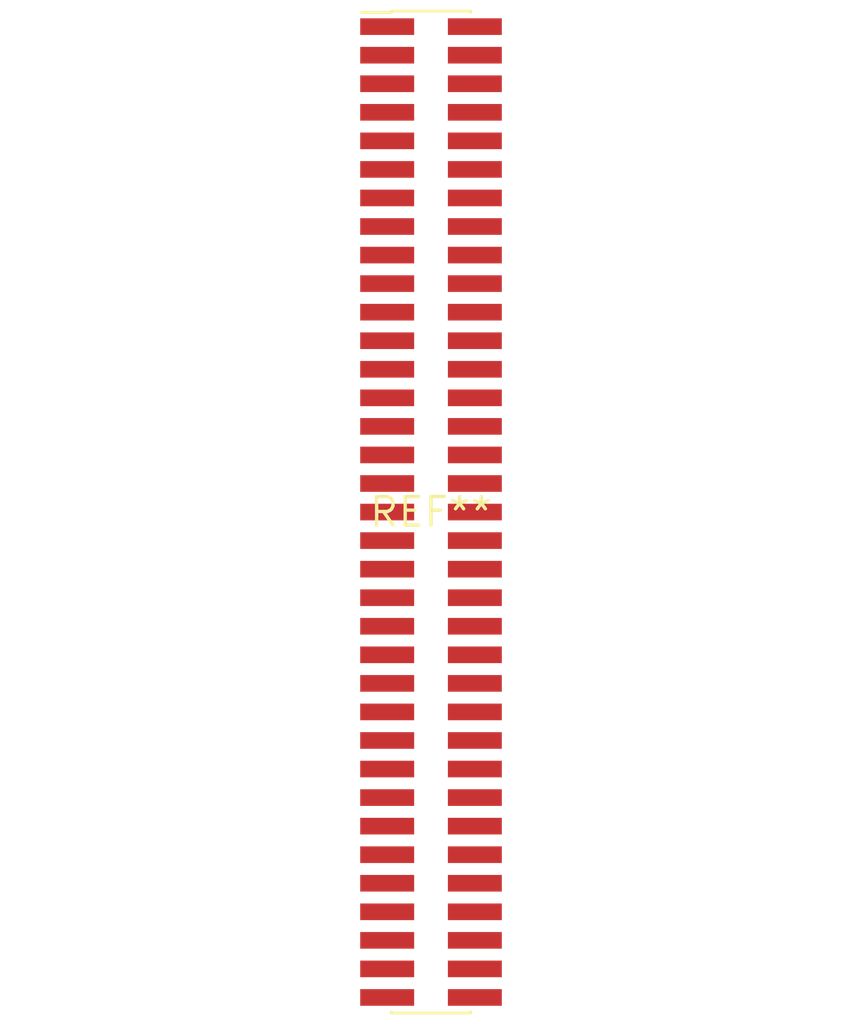
<source format=kicad_pcb>
(kicad_pcb (version 20240108) (generator pcbnew)
  (layers (0 "F.Cu" signal) (31 "B.Cu" signal) (34 "B.Paste" user) (35 "F.Paste" user) (36 "B.SilkS" user "B.Silkscreen") (37 "F.SilkS" user "F.Silkscreen") (38 "B.Mask" user) (39 "F.Mask" user) (44 "Edge.Cuts" user))
  (net 0 "")
  (footprint "PinHeader_2x35_P1.27mm_Vertical_SMD" (layer "F.Cu") (at 0 0)
    (property "Reference" "REF**")
    (property "Value" "PinHeader_2x35_P1.27mm_Vertical_SMD")
    (fp_line (start -3.09 -22.22) (end -1.765 -22.22) (layer "F.SilkS") (stroke (width 0.12)))
    (fp_line (start -1.765 -22.285) (end -1.765 -22.22) (layer "F.SilkS") (stroke (width 0.12)))
    (fp_line (start -1.765 -22.285) (end 1.765 -22.285) (layer "F.SilkS") (stroke (width 0.12)))
    (fp_line (start -1.765 22.22) (end -1.765 22.285) (layer "F.SilkS") (stroke (width 0.12)))
    (fp_line (start -1.765 22.285) (end 1.765 22.285) (layer "F.SilkS") (stroke (width 0.12)))
    (fp_line (start 1.765 -22.285) (end 1.765 -22.22) (layer "F.SilkS") (stroke (width 0.12)))
    (fp_line (start 1.765 22.22) (end 1.765 22.285) (layer "F.SilkS") (stroke (width 0.12)))
    (pad "1" smd rect (at -1.95 -21.59) (size 2.4 0.74) (layers "F.Cu" "F.Paste" "F.Mask"))
    (pad "2" smd rect (at 1.95 -21.59) (size 2.4 0.74) (layers "F.Cu" "F.Paste" "F.Mask"))
    (pad "3" smd rect (at -1.95 -20.32) (size 2.4 0.74) (layers "F.Cu" "F.Paste" "F.Mask"))
    (pad "4" smd rect (at 1.95 -20.32) (size 2.4 0.74) (layers "F.Cu" "F.Paste" "F.Mask"))
    (pad "5" smd rect (at -1.95 -19.05) (size 2.4 0.74) (layers "F.Cu" "F.Paste" "F.Mask"))
    (pad "6" smd rect (at 1.95 -19.05) (size 2.4 0.74) (layers "F.Cu" "F.Paste" "F.Mask"))
    (pad "7" smd rect (at -1.95 -17.78) (size 2.4 0.74) (layers "F.Cu" "F.Paste" "F.Mask"))
    (pad "8" smd rect (at 1.95 -17.78) (size 2.4 0.74) (layers "F.Cu" "F.Paste" "F.Mask"))
    (pad "9" smd rect (at -1.95 -16.51) (size 2.4 0.74) (layers "F.Cu" "F.Paste" "F.Mask"))
    (pad "10" smd rect (at 1.95 -16.51) (size 2.4 0.74) (layers "F.Cu" "F.Paste" "F.Mask"))
    (pad "11" smd rect (at -1.95 -15.24) (size 2.4 0.74) (layers "F.Cu" "F.Paste" "F.Mask"))
    (pad "12" smd rect (at 1.95 -15.24) (size 2.4 0.74) (layers "F.Cu" "F.Paste" "F.Mask"))
    (pad "13" smd rect (at -1.95 -13.97) (size 2.4 0.74) (layers "F.Cu" "F.Paste" "F.Mask"))
    (pad "14" smd rect (at 1.95 -13.97) (size 2.4 0.74) (layers "F.Cu" "F.Paste" "F.Mask"))
    (pad "15" smd rect (at -1.95 -12.7) (size 2.4 0.74) (layers "F.Cu" "F.Paste" "F.Mask"))
    (pad "16" smd rect (at 1.95 -12.7) (size 2.4 0.74) (layers "F.Cu" "F.Paste" "F.Mask"))
    (pad "17" smd rect (at -1.95 -11.43) (size 2.4 0.74) (layers "F.Cu" "F.Paste" "F.Mask"))
    (pad "18" smd rect (at 1.95 -11.43) (size 2.4 0.74) (layers "F.Cu" "F.Paste" "F.Mask"))
    (pad "19" smd rect (at -1.95 -10.16) (size 2.4 0.74) (layers "F.Cu" "F.Paste" "F.Mask"))
    (pad "20" smd rect (at 1.95 -10.16) (size 2.4 0.74) (layers "F.Cu" "F.Paste" "F.Mask"))
    (pad "21" smd rect (at -1.95 -8.89) (size 2.4 0.74) (layers "F.Cu" "F.Paste" "F.Mask"))
    (pad "22" smd rect (at 1.95 -8.89) (size 2.4 0.74) (layers "F.Cu" "F.Paste" "F.Mask"))
    (pad "23" smd rect (at -1.95 -7.62) (size 2.4 0.74) (layers "F.Cu" "F.Paste" "F.Mask"))
    (pad "24" smd rect (at 1.95 -7.62) (size 2.4 0.74) (layers "F.Cu" "F.Paste" "F.Mask"))
    (pad "25" smd rect (at -1.95 -6.35) (size 2.4 0.74) (layers "F.Cu" "F.Paste" "F.Mask"))
    (pad "26" smd rect (at 1.95 -6.35) (size 2.4 0.74) (layers "F.Cu" "F.Paste" "F.Mask"))
    (pad "27" smd rect (at -1.95 -5.08) (size 2.4 0.74) (layers "F.Cu" "F.Paste" "F.Mask"))
    (pad "28" smd rect (at 1.95 -5.08) (size 2.4 0.74) (layers "F.Cu" "F.Paste" "F.Mask"))
    (pad "29" smd rect (at -1.95 -3.81) (size 2.4 0.74) (layers "F.Cu" "F.Paste" "F.Mask"))
    (pad "30" smd rect (at 1.95 -3.81) (size 2.4 0.74) (layers "F.Cu" "F.Paste" "F.Mask"))
    (pad "31" smd rect (at -1.95 -2.54) (size 2.4 0.74) (layers "F.Cu" "F.Paste" "F.Mask"))
    (pad "32" smd rect (at 1.95 -2.54) (size 2.4 0.74) (layers "F.Cu" "F.Paste" "F.Mask"))
    (pad "33" smd rect (at -1.95 -1.27) (size 2.4 0.74) (layers "F.Cu" "F.Paste" "F.Mask"))
    (pad "34" smd rect (at 1.95 -1.27) (size 2.4 0.74) (layers "F.Cu" "F.Paste" "F.Mask"))
    (pad "35" smd rect (at -1.95 0) (size 2.4 0.74) (layers "F.Cu" "F.Paste" "F.Mask"))
    (pad "36" smd rect (at 1.95 0) (size 2.4 0.74) (layers "F.Cu" "F.Paste" "F.Mask"))
    (pad "37" smd rect (at -1.95 1.27) (size 2.4 0.74) (layers "F.Cu" "F.Paste" "F.Mask"))
    (pad "38" smd rect (at 1.95 1.27) (size 2.4 0.74) (layers "F.Cu" "F.Paste" "F.Mask"))
    (pad "39" smd rect (at -1.95 2.54) (size 2.4 0.74) (layers "F.Cu" "F.Paste" "F.Mask"))
    (pad "40" smd rect (at 1.95 2.54) (size 2.4 0.74) (layers "F.Cu" "F.Paste" "F.Mask"))
    (pad "41" smd rect (at -1.95 3.81) (size 2.4 0.74) (layers "F.Cu" "F.Paste" "F.Mask"))
    (pad "42" smd rect (at 1.95 3.81) (size 2.4 0.74) (layers "F.Cu" "F.Paste" "F.Mask"))
    (pad "43" smd rect (at -1.95 5.08) (size 2.4 0.74) (layers "F.Cu" "F.Paste" "F.Mask"))
    (pad "44" smd rect (at 1.95 5.08) (size 2.4 0.74) (layers "F.Cu" "F.Paste" "F.Mask"))
    (pad "45" smd rect (at -1.95 6.35) (size 2.4 0.74) (layers "F.Cu" "F.Paste" "F.Mask"))
    (pad "46" smd rect (at 1.95 6.35) (size 2.4 0.74) (layers "F.Cu" "F.Paste" "F.Mask"))
    (pad "47" smd rect (at -1.95 7.62) (size 2.4 0.74) (layers "F.Cu" "F.Paste" "F.Mask"))
    (pad "48" smd rect (at 1.95 7.62) (size 2.4 0.74) (layers "F.Cu" "F.Paste" "F.Mask"))
    (pad "49" smd rect (at -1.95 8.89) (size 2.4 0.74) (layers "F.Cu" "F.Paste" "F.Mask"))
    (pad "50" smd rect (at 1.95 8.89) (size 2.4 0.74) (layers "F.Cu" "F.Paste" "F.Mask"))
    (pad "51" smd rect (at -1.95 10.16) (size 2.4 0.74) (layers "F.Cu" "F.Paste" "F.Mask"))
    (pad "52" smd rect (at 1.95 10.16) (size 2.4 0.74) (layers "F.Cu" "F.Paste" "F.Mask"))
    (pad "53" smd rect (at -1.95 11.43) (size 2.4 0.74) (layers "F.Cu" "F.Paste" "F.Mask"))
    (pad "54" smd rect (at 1.95 11.43) (size 2.4 0.74) (layers "F.Cu" "F.Paste" "F.Mask"))
    (pad "55" smd rect (at -1.95 12.7) (size 2.4 0.74) (layers "F.Cu" "F.Paste" "F.Mask"))
    (pad "56" smd rect (at 1.95 12.7) (size 2.4 0.74) (layers "F.Cu" "F.Paste" "F.Mask"))
    (pad "57" smd rect (at -1.95 13.97) (size 2.4 0.74) (layers "F.Cu" "F.Paste" "F.Mask"))
    (pad "58" smd rect (at 1.95 13.97) (size 2.4 0.74) (layers "F.Cu" "F.Paste" "F.Mask"))
    (pad "59" smd rect (at -1.95 15.24) (size 2.4 0.74) (layers "F.Cu" "F.Paste" "F.Mask"))
    (pad "60" smd rect (at 1.95 15.24) (size 2.4 0.74) (layers "F.Cu" "F.Paste" "F.Mask"))
    (pad "61" smd rect (at -1.95 16.51) (size 2.4 0.74) (layers "F.Cu" "F.Paste" "F.Mask"))
    (pad "62" smd rect (at 1.95 16.51) (size 2.4 0.74) (layers "F.Cu" "F.Paste" "F.Mask"))
    (pad "63" smd rect (at -1.95 17.78) (size 2.4 0.74) (layers "F.Cu" "F.Paste" "F.Mask"))
    (pad "64" smd rect (at 1.95 17.78) (size 2.4 0.74) (layers "F.Cu" "F.Paste" "F.Mask"))
    (pad "65" smd rect (at -1.95 19.05) (size 2.4 0.74) (layers "F.Cu" "F.Paste" "F.Mask"))
    (pad "66" smd rect (at 1.95 19.05) (size 2.4 0.74) (layers "F.Cu" "F.Paste" "F.Mask"))
    (pad "67" smd rect (at -1.95 20.32) (size 2.4 0.74) (layers "F.Cu" "F.Paste" "F.Mask"))
    (pad "68" smd rect (at 1.95 20.32) (size 2.4 0.74) (layers "F.Cu" "F.Paste" "F.Mask"))
    (pad "69" smd rect (at -1.95 21.59) (size 2.4 0.74) (layers "F.Cu" "F.Paste" "F.Mask"))
    (pad "70" smd rect (at 1.95 21.59) (size 2.4 0.74) (layers "F.Cu" "F.Paste" "F.Mask"))
  )
)
</source>
